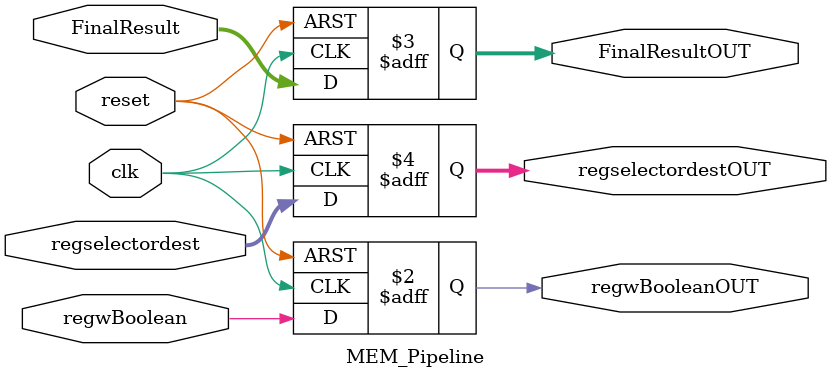
<source format=sv>
module MEM_Pipeline (input logic clk, reset,regwBoolean,
			  input logic [31:0] FinalResult,
			  input logic [3:0] regselectordest,
			  output logic regwBooleanOUT,
			  output logic [31:0] FinalResultOUT,
			  output logic [3:0] regselectordestOUT
);

	always_ff@(posedge clk, posedge reset)
		if(reset) begin
			regwBooleanOUT=0;
			FinalResultOUT=0;
			regselectordestOUT=0;
		end
		else begin
			regwBooleanOUT=regwBoolean;
			FinalResultOUT=FinalResult;
			regselectordestOUT=regselectordest;
		end
		
endmodule 

</source>
